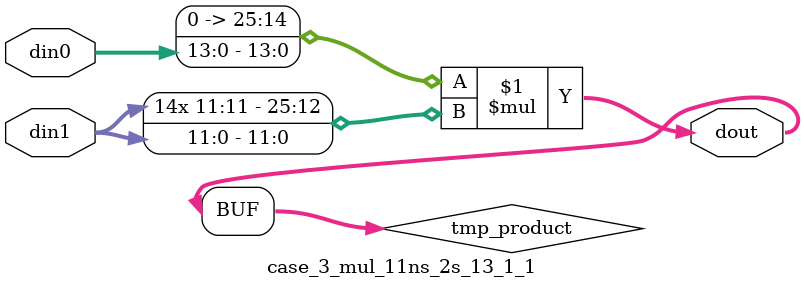
<source format=v>

`timescale 1 ns / 1 ps

 (* use_dsp = "no" *)  module case_3_mul_11ns_2s_13_1_1(din0, din1, dout);
parameter ID = 1;
parameter NUM_STAGE = 0;
parameter din0_WIDTH = 14;
parameter din1_WIDTH = 12;
parameter dout_WIDTH = 26;

input [din0_WIDTH - 1 : 0] din0; 
input [din1_WIDTH - 1 : 0] din1; 
output [dout_WIDTH - 1 : 0] dout;

wire signed [dout_WIDTH - 1 : 0] tmp_product;

























assign tmp_product = $signed({1'b0, din0}) * $signed(din1);










assign dout = tmp_product;





















endmodule

</source>
